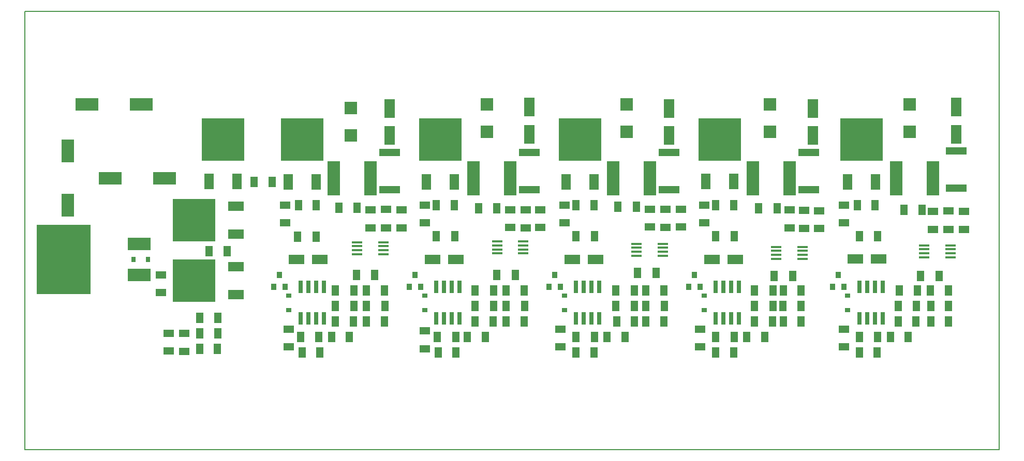
<source format=gbr>
G04 PROTEUS RS274X GERBER FILE*
%FSLAX45Y45*%
%MOMM*%
G01*
%ADD22R,2.032000X5.588000*%
%ADD26R,1.143000X1.803400*%
%ADD27R,2.108200X2.108200*%
%ADD28R,1.651000X3.048000*%
%ADD29R,3.403600X1.244600*%
%ADD72R,6.985000X6.985000*%
%ADD73R,1.524000X2.540000*%
%ADD30R,0.635000X2.032000*%
%ADD31R,1.803400X1.143000*%
%ADD32R,2.540000X1.524000*%
%ADD33R,0.889000X0.635000*%
%ADD34R,0.889000X1.016000*%
%ADD35R,1.778000X0.381000*%
%ADD37R,3.810000X2.032000*%
%ADD38R,2.032000X3.810000*%
%ADD39R,0.635000X0.889000*%
%ADD40R,8.890000X11.430000*%
%ADD41C,0.203200*%
D22*
X-1778000Y+190500D03*
X-2378000Y+190500D03*
D26*
X-4572000Y-2095500D03*
X-4272000Y-2095500D03*
X-3383000Y+127000D03*
X-3683000Y+127000D03*
D27*
X-2095500Y+1339000D03*
X-2095500Y+889000D03*
D28*
X-1460500Y+889000D03*
X-1460500Y+1333500D03*
D29*
X-1460500Y+610000D03*
X-1460500Y+0D03*
D72*
X-2895600Y+817880D03*
D73*
X-3124200Y+127000D03*
X-2667000Y+127000D03*
D30*
X-2921000Y-2108200D03*
X-2794000Y-2108200D03*
X-2667000Y-2108200D03*
X-2540000Y-2108200D03*
X-2540000Y-1587500D03*
X-2667000Y-1587500D03*
X-2794000Y-1587500D03*
X-2921000Y-1587500D03*
D26*
X-2667000Y-254000D03*
X-2957000Y-254000D03*
D31*
X-3175000Y-254000D03*
X-3175000Y-544000D03*
D26*
X-2967000Y-768350D03*
X-2667000Y-768350D03*
D32*
X-2984500Y-1143000D03*
X-2603500Y-1143000D03*
D33*
X-3111500Y-1968500D03*
X-3111500Y-1733550D03*
D26*
X-2921000Y-2413000D03*
X-2621000Y-2413000D03*
X-2893500Y-2667000D03*
X-2603500Y-2667000D03*
D34*
X-3268980Y-1397000D03*
X-3362960Y-1587500D03*
X-3175000Y-1587500D03*
D31*
X-3111500Y-2286000D03*
X-3111500Y-2576000D03*
X-1778000Y-622300D03*
X-1778000Y-332300D03*
X-1270000Y-622300D03*
X-1270000Y-332300D03*
X-1524000Y-322300D03*
X-1524000Y-622300D03*
D35*
X-1993900Y-859100D03*
X-1993900Y-924100D03*
X-1993900Y-989100D03*
X-1993900Y-1054100D03*
X-1563900Y-1054100D03*
X-1563900Y-989100D03*
X-1563900Y-924100D03*
X-1563900Y-859100D03*
D26*
X-2006600Y-1397000D03*
X-1706600Y-1397000D03*
X-1841500Y-2159000D03*
X-1551500Y-2159000D03*
X-1841500Y-1651000D03*
X-1551500Y-1651000D03*
X-2349500Y-2159000D03*
X-2059500Y-2159000D03*
X-2349500Y-1651000D03*
X-2049500Y-1651000D03*
X-2349500Y-1905000D03*
X-2049500Y-1905000D03*
X-1841500Y-1905000D03*
X-1541500Y-1905000D03*
X-2293900Y-292100D03*
X-1993900Y-292100D03*
D72*
X-635000Y+817880D03*
D73*
X-863600Y+127000D03*
X-406400Y+127000D03*
D22*
X+508000Y+190500D03*
X-92000Y+190500D03*
D27*
X+127000Y+1397000D03*
X+127000Y+947000D03*
D28*
X+825500Y+907000D03*
X+825500Y+1351500D03*
D29*
X+825500Y+610000D03*
X+825500Y+0D03*
D35*
X+293900Y-847900D03*
X+293900Y-912900D03*
X+293900Y-977900D03*
X+293900Y-1042900D03*
X+723900Y-1042900D03*
X+723900Y-977900D03*
X+723900Y-912900D03*
X+723900Y-847900D03*
D31*
X-889000Y-254000D03*
X-889000Y-544000D03*
D26*
X-408500Y-254000D03*
X-698500Y-254000D03*
X-698500Y-762000D03*
X-398500Y-762000D03*
D32*
X-762000Y-1143000D03*
X-381000Y-1143000D03*
D34*
X-1046480Y-1397000D03*
X-1140460Y-1587500D03*
X-952500Y-1587500D03*
D33*
X-889000Y-1968500D03*
X-889000Y-1733550D03*
D30*
X-698500Y-2108200D03*
X-571500Y-2108200D03*
X-444500Y-2108200D03*
X-317500Y-2108200D03*
X-317500Y-1587500D03*
X-444500Y-1587500D03*
X-571500Y-1587500D03*
X-698500Y-1587500D03*
D31*
X-889000Y-2313500D03*
X-889000Y-2603500D03*
D26*
X-671000Y-2667000D03*
X-381000Y-2667000D03*
X-681000Y-2413000D03*
X-381000Y-2413000D03*
X-7900Y-304800D03*
X+292100Y-304800D03*
D31*
X+762000Y-330200D03*
X+762000Y-630200D03*
X+508000Y-620200D03*
X+508000Y-330200D03*
X+1003300Y-620200D03*
X+1003300Y-330200D03*
D26*
X+292100Y-1397000D03*
X+592100Y-1397000D03*
X-63500Y-1651000D03*
X+236500Y-1651000D03*
X-63500Y-1905000D03*
X+236500Y-1905000D03*
X-63500Y-2159000D03*
X+226500Y-2159000D03*
X+444500Y-1651000D03*
X+734500Y-1651000D03*
X+444500Y-2159000D03*
X+734500Y-2159000D03*
X+444500Y-1905000D03*
X+744500Y-1905000D03*
D28*
X+3111500Y+889000D03*
X+3111500Y+1333500D03*
D27*
X+2413000Y+1397000D03*
X+2413000Y+947000D03*
D33*
X+1397000Y-1968500D03*
X+1397000Y-1733550D03*
D22*
X+2794000Y+190500D03*
X+2194000Y+190500D03*
D34*
X+1239520Y-1397000D03*
X+1145540Y-1587500D03*
X+1333500Y-1587500D03*
D72*
X+1651000Y+817880D03*
D73*
X+1422400Y+127000D03*
X+1879600Y+127000D03*
D35*
X+2578100Y-884500D03*
X+2578100Y-949500D03*
X+2578100Y-1014500D03*
X+2578100Y-1079500D03*
X+3008100Y-1079500D03*
X+3008100Y-1014500D03*
X+3008100Y-949500D03*
X+3008100Y-884500D03*
D30*
X+1587500Y-2108200D03*
X+1714500Y-2108200D03*
X+1841500Y-2108200D03*
X+1968500Y-2108200D03*
X+1968500Y-1587500D03*
X+1841500Y-1587500D03*
X+1714500Y-1587500D03*
X+1587500Y-1587500D03*
D29*
X+3111500Y+610000D03*
X+3111500Y+0D03*
D26*
X+1587500Y-762000D03*
X+1887500Y-762000D03*
D32*
X+1524000Y-1143000D03*
X+1905000Y-1143000D03*
D31*
X+1397000Y-254000D03*
X+1397000Y-544000D03*
D26*
X+1877500Y-254000D03*
X+1587500Y-254000D03*
X+1587500Y-2667000D03*
X+1877500Y-2667000D03*
D31*
X+1333500Y-2286000D03*
X+1333500Y-2576000D03*
D26*
X+1587500Y-2413000D03*
X+1887500Y-2413000D03*
X+2273300Y-279400D03*
X+2573300Y-279400D03*
D31*
X+3302000Y-607500D03*
X+3302000Y-317500D03*
X+2794000Y-607500D03*
X+2794000Y-317500D03*
X+3048000Y-317500D03*
X+3048000Y-617500D03*
D26*
X+2595600Y-1358900D03*
X+2895600Y-1358900D03*
X+2730500Y-2159000D03*
X+3020500Y-2159000D03*
X+2730500Y-1651000D03*
X+3020500Y-1651000D03*
X+2250000Y-2159000D03*
X+2540000Y-2159000D03*
X+2240000Y-1905000D03*
X+2540000Y-1905000D03*
X+2730500Y-1905000D03*
X+3030500Y-1905000D03*
X+2240000Y-1651000D03*
X+2540000Y-1651000D03*
D28*
X+5461000Y+889000D03*
X+5461000Y+1333500D03*
D27*
X+4762500Y+1397000D03*
X+4762500Y+947000D03*
D33*
X+3683000Y-1968500D03*
X+3683000Y-1733550D03*
D22*
X+5080000Y+190500D03*
X+4480000Y+190500D03*
D34*
X+3525520Y-1397000D03*
X+3431540Y-1587500D03*
X+3619500Y-1587500D03*
D72*
X+3937000Y+825500D03*
D73*
X+3708400Y+134620D03*
X+4165600Y+134620D03*
D34*
X+5875020Y-1397000D03*
X+5781040Y-1587500D03*
X+5969000Y-1587500D03*
D72*
X+6261100Y+817880D03*
D73*
X+6032500Y+127000D03*
X+6489700Y+127000D03*
D29*
X+5397500Y+610000D03*
X+5397500Y+0D03*
X+7810500Y+635000D03*
X+7810500Y+25000D03*
D35*
X+4864100Y-935300D03*
X+4864100Y-1000300D03*
X+4864100Y-1065300D03*
X+4864100Y-1130300D03*
X+5294100Y-1130300D03*
X+5294100Y-1065300D03*
X+5294100Y-1000300D03*
X+5294100Y-935300D03*
D30*
X+3873500Y-2108200D03*
X+4000500Y-2108200D03*
X+4127500Y-2108200D03*
X+4254500Y-2108200D03*
X+4254500Y-1587500D03*
X+4127500Y-1587500D03*
X+4000500Y-1587500D03*
X+3873500Y-1587500D03*
D35*
X+7281900Y-911400D03*
X+7281900Y-976400D03*
X+7281900Y-1041400D03*
X+7281900Y-1106400D03*
X+7711900Y-1106400D03*
X+7711900Y-1041400D03*
X+7711900Y-976400D03*
X+7711900Y-911400D03*
D30*
X+6223000Y-2108200D03*
X+6350000Y-2108200D03*
X+6477000Y-2108200D03*
X+6604000Y-2108200D03*
X+6604000Y-1587500D03*
X+6477000Y-1587500D03*
X+6350000Y-1587500D03*
X+6223000Y-1587500D03*
D26*
X+3873500Y-2413000D03*
X+4173500Y-2413000D03*
X+3873500Y-762000D03*
X+4173500Y-762000D03*
D32*
X+3810000Y-1143000D03*
X+4191000Y-1143000D03*
D31*
X+3619500Y-2286000D03*
X+3619500Y-2576000D03*
X+3683000Y-254000D03*
X+3683000Y-544000D03*
D26*
X+4163500Y-254000D03*
X+3873500Y-254000D03*
X+3873500Y-2667000D03*
X+4163500Y-2667000D03*
D31*
X+5080000Y-622300D03*
X+5080000Y-332300D03*
X+5562600Y-635000D03*
X+5562600Y-345000D03*
D26*
X+4508500Y-2159000D03*
X+4798500Y-2159000D03*
X+4830800Y-1409700D03*
X+5130800Y-1409700D03*
D31*
X+5321300Y-335000D03*
X+5321300Y-635000D03*
D26*
X+4576800Y-304800D03*
X+4876800Y-304800D03*
X+4980500Y-2159000D03*
X+5270500Y-2159000D03*
X+4980500Y-1651000D03*
X+5270500Y-1651000D03*
X+7393500Y-2159000D03*
X+7683500Y-2159000D03*
X+4508500Y-1905000D03*
X+4808500Y-1905000D03*
X+4970500Y-1905000D03*
X+5270500Y-1905000D03*
X+4508500Y-1651000D03*
X+4808500Y-1651000D03*
D28*
X+7810500Y+907000D03*
X+7810500Y+1351500D03*
D27*
X+7048500Y+1397000D03*
X+7048500Y+947000D03*
D33*
X+6032500Y-1968500D03*
X+6032500Y-1733550D03*
D22*
X+7429500Y+190500D03*
X+6829500Y+190500D03*
D26*
X+6858000Y-1905000D03*
X+7158000Y-1905000D03*
X+6223000Y-762000D03*
X+6523000Y-762000D03*
D32*
X+6159500Y-1135380D03*
X+6540500Y-1135380D03*
D31*
X+5969000Y-254000D03*
X+5969000Y-544000D03*
D26*
X+6477000Y-254000D03*
X+6187000Y-254000D03*
D31*
X+5969000Y-2286000D03*
X+5969000Y-2576000D03*
D26*
X+6223000Y-2667000D03*
X+6513000Y-2667000D03*
X+6223000Y-2413000D03*
X+6523000Y-2413000D03*
X+7226300Y-1409700D03*
X+7526300Y-1409700D03*
X+7383500Y-1651000D03*
X+7683500Y-1651000D03*
D31*
X+7683500Y-347700D03*
X+7683500Y-647700D03*
D26*
X+6875500Y-1651000D03*
X+7175500Y-1651000D03*
X+6951700Y-330200D03*
X+7251700Y-330200D03*
X+7393500Y-1905000D03*
X+7683500Y-1905000D03*
D31*
X+7429500Y-647700D03*
X+7429500Y-357700D03*
X+7937500Y-647700D03*
X+7937500Y-357700D03*
D26*
X+6858000Y-2159000D03*
X+7148000Y-2159000D03*
X-4572000Y-2349500D03*
X-4272000Y-2349500D03*
X-4419600Y-1008380D03*
X-4119600Y-1008380D03*
D31*
X-4826000Y-2349500D03*
X-4826000Y-2649500D03*
D26*
X-4572000Y-2603500D03*
X-4282000Y-2603500D03*
D31*
X-5080000Y-2349500D03*
X-5080000Y-2639500D03*
D72*
X-4665980Y-1490980D03*
D32*
X-3975100Y-1719580D03*
X-3975100Y-1262380D03*
D72*
X-4665980Y-500380D03*
D32*
X-3975100Y-728980D03*
X-3975100Y-271780D03*
D72*
X-4191000Y+825500D03*
D73*
X-4419600Y+134620D03*
X-3962400Y+134620D03*
D26*
X-2413000Y-2413000D03*
X-2123000Y-2413000D03*
X-190500Y-2413000D03*
X+99500Y-2413000D03*
X+2095500Y-2413000D03*
X+2385500Y-2413000D03*
X+4381500Y-2413000D03*
X+4671500Y-2413000D03*
X+6731000Y-2413000D03*
X+7021000Y-2413000D03*
D37*
X-6413500Y+1397000D03*
X-5524500Y+1397000D03*
D38*
X-6731000Y-254000D03*
X-6731000Y+635000D03*
D37*
X-6032500Y+190500D03*
X-5143500Y+190500D03*
D39*
X-5651500Y-1143000D03*
X-5416550Y-1143000D03*
D40*
X-6794500Y-1143000D03*
D37*
X-5562600Y-1397000D03*
X-5562600Y-889000D03*
D31*
X-5207000Y-1687000D03*
X-5207000Y-1397000D03*
D41*
X-7429500Y-4254500D02*
X+8509000Y-4254500D01*
X+8509000Y+2921000D01*
X-7429500Y+2921000D01*
X-7429500Y-4254500D01*
M02*

</source>
